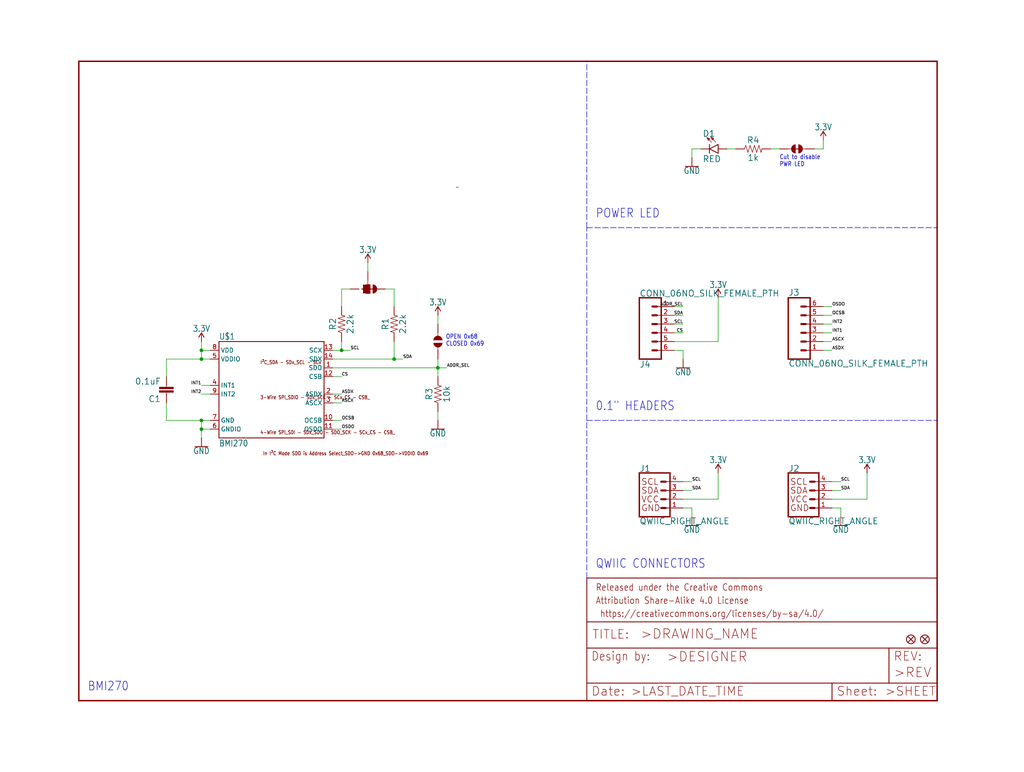
<source format=kicad_sch>
(kicad_sch (version 20211123) (generator eeschema)
  (paper "User" 297.002 223.926)
  (lib_symbols
    (symbol "eagleSchem-eagle-import:0.1UF-0603-25V-(+80{slash}-20%)"
      (property "Reference" "C" (at 1.524 2.921 0))
      (property "Value" "0.1UF-0603-25V-(+80{slash}-20%)" (at 1.524 -2.159 0))
      (symbol "0.1UF-0603-25V-(+80{slash}-20%)_1_0"
        (rectangle (start -2.032 0.508) (end 2.032 1.016) (fill (type outline)))
        (rectangle (start -2.032 1.524) (end 2.032 2.032) (fill (type outline)))
        (polyline (pts (xy 0 0) (xy 0 0.508)) (stroke (width 0.1524)))
        (polyline (pts (xy 0 2.54) (xy 0 2.032)) (stroke (width 0.1524)))
        (pin passive line (at 0 5.08 270) (length 2.54) (name "1") (number "1"))
        (pin passive line (at 0 -2.54 90) (length 2.54) (name "2") (number "2"))
      )
    )
    (symbol "eagleSchem-eagle-import:10KOHM-0603-1{slash}10W-1%"
      (property "Reference" "R" (at 0 1.524 0))
      (property "Value" "10KOHM-0603-1{slash}10W-1%" (at 0 -1.524 0))
      (symbol "10KOHM-0603-1{slash}10W-1%_1_0"
        (polyline (pts (xy -2.54 0) (xy -2.159 1.016)) (stroke (width 0.1524)))
        (polyline (pts (xy -2.159 1.016) (xy -1.524 -1.016)) (stroke (width 0.1524)))
        (polyline (pts (xy -1.524 -1.016) (xy -0.889 1.016)) (stroke (width 0.1524)))
        (polyline (pts (xy -0.889 1.016) (xy -0.254 -1.016)) (stroke (width 0.1524)))
        (polyline (pts (xy -0.254 -1.016) (xy 0.381 1.016)) (stroke (width 0.1524)))
        (polyline (pts (xy 0.381 1.016) (xy 1.016 -1.016)) (stroke (width 0.1524)))
        (polyline (pts (xy 1.016 -1.016) (xy 1.651 1.016)) (stroke (width 0.1524)))
        (polyline (pts (xy 1.651 1.016) (xy 2.286 -1.016)) (stroke (width 0.1524)))
        (polyline (pts (xy 2.286 -1.016) (xy 2.54 0)) (stroke (width 0.1524)))
        (pin passive line (at -5.08 0 0) (length 2.54) (name "1") (number "1"))
        (pin passive line (at 5.08 0 180) (length 2.54) (name "2") (number "2"))
      )
    )
    (symbol "eagleSchem-eagle-import:1KOHM-0603-1{slash}10W-1%"
      (property "Reference" "R" (at 0 1.524 0))
      (property "Value" "1KOHM-0603-1{slash}10W-1%" (at 0 -1.524 0))
      (symbol "1KOHM-0603-1{slash}10W-1%_1_0"
        (polyline (pts (xy -2.54 0) (xy -2.159 1.016)) (stroke (width 0.1524)))
        (polyline (pts (xy -2.159 1.016) (xy -1.524 -1.016)) (stroke (width 0.1524)))
        (polyline (pts (xy -1.524 -1.016) (xy -0.889 1.016)) (stroke (width 0.1524)))
        (polyline (pts (xy -0.889 1.016) (xy -0.254 -1.016)) (stroke (width 0.1524)))
        (polyline (pts (xy -0.254 -1.016) (xy 0.381 1.016)) (stroke (width 0.1524)))
        (polyline (pts (xy 0.381 1.016) (xy 1.016 -1.016)) (stroke (width 0.1524)))
        (polyline (pts (xy 1.016 -1.016) (xy 1.651 1.016)) (stroke (width 0.1524)))
        (polyline (pts (xy 1.651 1.016) (xy 2.286 -1.016)) (stroke (width 0.1524)))
        (polyline (pts (xy 2.286 -1.016) (xy 2.54 0)) (stroke (width 0.1524)))
        (pin passive line (at -5.08 0 0) (length 2.54) (name "1") (number "1"))
        (pin passive line (at 5.08 0 180) (length 2.54) (name "2") (number "2"))
      )
    )
    (symbol "eagleSchem-eagle-import:2.2KOHM-0603-1{slash}10W-1%"
      (property "Reference" "R" (at 0 1.524 0))
      (property "Value" "2.2KOHM-0603-1{slash}10W-1%" (at 0 -1.524 0))
      (symbol "2.2KOHM-0603-1{slash}10W-1%_1_0"
        (polyline (pts (xy -2.54 0) (xy -2.159 1.016)) (stroke (width 0.1524)))
        (polyline (pts (xy -2.159 1.016) (xy -1.524 -1.016)) (stroke (width 0.1524)))
        (polyline (pts (xy -1.524 -1.016) (xy -0.889 1.016)) (stroke (width 0.1524)))
        (polyline (pts (xy -0.889 1.016) (xy -0.254 -1.016)) (stroke (width 0.1524)))
        (polyline (pts (xy -0.254 -1.016) (xy 0.381 1.016)) (stroke (width 0.1524)))
        (polyline (pts (xy 0.381 1.016) (xy 1.016 -1.016)) (stroke (width 0.1524)))
        (polyline (pts (xy 1.016 -1.016) (xy 1.651 1.016)) (stroke (width 0.1524)))
        (polyline (pts (xy 1.651 1.016) (xy 2.286 -1.016)) (stroke (width 0.1524)))
        (polyline (pts (xy 2.286 -1.016) (xy 2.54 0)) (stroke (width 0.1524)))
        (pin passive line (at -5.08 0 0) (length 2.54) (name "1") (number "1"))
        (pin passive line (at 5.08 0 180) (length 2.54) (name "2") (number "2"))
      )
    )
    (symbol "eagleSchem-eagle-import:3.3V" (power)
      (property "Value" "3.3V" (at 0 2.794 0))
      (symbol "3.3V_1_0"
        (polyline (pts (xy 0 2.54) (xy -0.762 1.27)) (stroke (width 0.254)))
        (polyline (pts (xy 0.762 1.27) (xy 0 2.54)) (stroke (width 0.254)))
        (pin power_in line (at 0 0 90) (length 2.54) (name "3.3V") (number "1"))
      )
    )
    (symbol "eagleSchem-eagle-import:BMI270"
      (property "Value" "BMI270" (at -15.24 -15.24 0))
      (symbol "BMI270_1_0"
        (polyline (pts (xy -15.24 -12.7) (xy 15.24 -12.7)) (stroke (width 0.254)))
        (polyline (pts (xy -15.24 15.24) (xy -15.24 -12.7)) (stroke (width 0.254)))
        (polyline (pts (xy 15.24 -12.7) (xy 15.24 15.24)) (stroke (width 0.254)))
        (polyline (pts (xy 15.24 15.24) (xy -15.24 15.24)) (stroke (width 0.254)))
        (text "3-Wire SPI_SDIO - SDx_SCK - SCx_CS - CSB_" (at -3.302 -1.524 0) (effects (font (size 1.016 0.8636)) (justify left bottom)))
        (text "4-Wire SPI_SDI - SDx_SDO - SDO_SCK - SCx_CS - CSB_" (at -3.302 -11.684 0) (effects (font (size 1.016 0.8636)) (justify left bottom)))
        (text "In I²C Mode SDO is Address Select_SDO->GND 0x68_SDO->VDDIO 0x69" (at -2.54 -17.78 0) (effects (font (size 1.016 0.8636)) (justify left bottom)))
        (text "I²C_SDA - SDx_SCL - SCx" (at -3.302 8.636 0) (effects (font (size 1.016 0.8636)) (justify left bottom)))
        (pin bidirectional line (at 17.78 7.62 180) (length 2.54) (name "SDO") (number "1"))
        (pin bidirectional line (at 17.78 -7.62 180) (length 2.54) (name "OCSB") (number "10"))
        (pin bidirectional line (at 17.78 -10.16 180) (length 2.54) (name "OSDO") (number "11"))
        (pin bidirectional line (at 17.78 5.08 180) (length 2.54) (name "CSB") (number "12"))
        (pin bidirectional line (at 17.78 12.7 180) (length 2.54) (name "SCX") (number "13"))
        (pin bidirectional line (at 17.78 10.16 180) (length 2.54) (name "SDX") (number "14"))
        (pin bidirectional line (at 17.78 0 180) (length 2.54) (name "ASDX") (number "2"))
        (pin bidirectional line (at 17.78 -2.54 180) (length 2.54) (name "ASCX") (number "3"))
        (pin bidirectional line (at -17.78 2.54 0) (length 2.54) (name "INT1") (number "4"))
        (pin bidirectional line (at -17.78 10.16 0) (length 2.54) (name "VDDIO") (number "5"))
        (pin bidirectional line (at -17.78 -10.16 0) (length 2.54) (name "GNDIO") (number "6"))
        (pin bidirectional line (at -17.78 -7.62 0) (length 2.54) (name "GND") (number "7"))
        (pin bidirectional line (at -17.78 12.7 0) (length 2.54) (name "VDD") (number "8"))
        (pin bidirectional line (at -17.78 0 0) (length 2.54) (name "INT2") (number "9"))
      )
    )
    (symbol "eagleSchem-eagle-import:CONN_06NO_SILK_FEMALE_PTH"
      (property "Reference" "J" (at -5.08 10.668 0))
      (property "Value" "CONN_06NO_SILK_FEMALE_PTH" (at -5.08 -9.906 0))
      (symbol "CONN_06NO_SILK_FEMALE_PTH_1_0"
        (polyline (pts (xy -5.08 10.16) (xy -5.08 -7.62)) (stroke (width 0.4064)))
        (polyline (pts (xy -5.08 10.16) (xy 1.27 10.16)) (stroke (width 0.4064)))
        (polyline (pts (xy -1.27 -5.08) (xy 0 -5.08)) (stroke (width 0.6096)))
        (polyline (pts (xy -1.27 -2.54) (xy 0 -2.54)) (stroke (width 0.6096)))
        (polyline (pts (xy -1.27 0) (xy 0 0)) (stroke (width 0.6096)))
        (polyline (pts (xy -1.27 2.54) (xy 0 2.54)) (stroke (width 0.6096)))
        (polyline (pts (xy -1.27 5.08) (xy 0 5.08)) (stroke (width 0.6096)))
        (polyline (pts (xy -1.27 7.62) (xy 0 7.62)) (stroke (width 0.6096)))
        (polyline (pts (xy 1.27 -7.62) (xy -5.08 -7.62)) (stroke (width 0.4064)))
        (polyline (pts (xy 1.27 -7.62) (xy 1.27 10.16)) (stroke (width 0.4064)))
        (pin passive line (at 5.08 -5.08 180) (length 5.08) (name "1") (number "1"))
        (pin passive line (at 5.08 -2.54 180) (length 5.08) (name "2") (number "2"))
        (pin passive line (at 5.08 0 180) (length 5.08) (name "3") (number "3"))
        (pin passive line (at 5.08 2.54 180) (length 5.08) (name "4") (number "4"))
        (pin passive line (at 5.08 5.08 180) (length 5.08) (name "5") (number "5"))
        (pin passive line (at 5.08 7.62 180) (length 5.08) (name "6") (number "6"))
      )
    )
    (symbol "eagleSchem-eagle-import:FIDUCIAL1X2"
      (symbol "FIDUCIAL1X2_1_0"
        (polyline (pts (xy -0.762 0.762) (xy 0.762 -0.762)) (stroke (width 0.254)))
        (polyline (pts (xy 0.762 0.762) (xy -0.762 -0.762)) (stroke (width 0.254)))
        (circle (center 0 0) (radius 1.27) (stroke (width 0.254)))
      )
    )
    (symbol "eagleSchem-eagle-import:FRAME-LETTERNO_PACKAGE"
      (symbol "FRAME-LETTERNO_PACKAGE_1_0"
        (polyline (pts (xy 0 0) (xy 248.92 0)) (stroke (width 0.4064)))
        (polyline (pts (xy 0 185.42) (xy 0 0)) (stroke (width 0.4064)))
        (polyline (pts (xy 0 185.42) (xy 248.92 185.42)) (stroke (width 0.4064)))
        (polyline (pts (xy 248.92 185.42) (xy 248.92 0)) (stroke (width 0.4064)))
      )
      (symbol "FRAME-LETTERNO_PACKAGE_2_0"
        (polyline (pts (xy 0 0) (xy 0 5.08)) (stroke (width 0.254)))
        (polyline (pts (xy 0 0) (xy 71.12 0)) (stroke (width 0.254)))
        (polyline (pts (xy 0 5.08) (xy 0 15.24)) (stroke (width 0.254)))
        (polyline (pts (xy 0 5.08) (xy 71.12 5.08)) (stroke (width 0.254)))
        (polyline (pts (xy 0 15.24) (xy 0 22.86)) (stroke (width 0.254)))
        (polyline (pts (xy 0 22.86) (xy 0 35.56)) (stroke (width 0.254)))
        (polyline (pts (xy 0 22.86) (xy 101.6 22.86)) (stroke (width 0.254)))
        (polyline (pts (xy 71.12 0) (xy 101.6 0)) (stroke (width 0.254)))
        (polyline (pts (xy 71.12 5.08) (xy 71.12 0)) (stroke (width 0.254)))
        (polyline (pts (xy 71.12 5.08) (xy 87.63 5.08)) (stroke (width 0.254)))
        (polyline (pts (xy 87.63 5.08) (xy 101.6 5.08)) (stroke (width 0.254)))
        (polyline (pts (xy 87.63 15.24) (xy 0 15.24)) (stroke (width 0.254)))
        (polyline (pts (xy 87.63 15.24) (xy 87.63 5.08)) (stroke (width 0.254)))
        (polyline (pts (xy 101.6 5.08) (xy 101.6 0)) (stroke (width 0.254)))
        (polyline (pts (xy 101.6 15.24) (xy 87.63 15.24)) (stroke (width 0.254)))
        (polyline (pts (xy 101.6 15.24) (xy 101.6 5.08)) (stroke (width 0.254)))
        (polyline (pts (xy 101.6 22.86) (xy 101.6 15.24)) (stroke (width 0.254)))
        (polyline (pts (xy 101.6 35.56) (xy 0 35.56)) (stroke (width 0.254)))
        (polyline (pts (xy 101.6 35.56) (xy 101.6 22.86)) (stroke (width 0.254)))
        (text " https://creativecommons.org/licenses/by-sa/4.0/" (at 2.54 24.13 0) (effects (font (size 1.9304 1.6408)) (justify left bottom)))
        (text ">DESIGNER" (at 23.114 11.176 0) (effects (font (size 2.7432 2.7432)) (justify left bottom)))
        (text ">DRAWING_NAME" (at 15.494 17.78 0) (effects (font (size 2.7432 2.7432)) (justify left bottom)))
        (text ">LAST_DATE_TIME" (at 12.7 1.27 0) (effects (font (size 2.54 2.54)) (justify left bottom)))
        (text ">REV" (at 88.9 6.604 0) (effects (font (size 2.7432 2.7432)) (justify left bottom)))
        (text ">SHEET" (at 86.36 1.27 0) (effects (font (size 2.54 2.54)) (justify left bottom)))
        (text "Attribution Share-Alike 4.0 License" (at 2.54 27.94 0) (effects (font (size 1.9304 1.6408)) (justify left bottom)))
        (text "Date:" (at 1.27 1.27 0) (effects (font (size 2.54 2.54)) (justify left bottom)))
        (text "Design by:" (at 1.27 11.43 0) (effects (font (size 2.54 2.159)) (justify left bottom)))
        (text "Released under the Creative Commons" (at 2.54 31.75 0) (effects (font (size 1.9304 1.6408)) (justify left bottom)))
        (text "REV:" (at 88.9 11.43 0) (effects (font (size 2.54 2.54)) (justify left bottom)))
        (text "Sheet:" (at 72.39 1.27 0) (effects (font (size 2.54 2.54)) (justify left bottom)))
        (text "TITLE:" (at 1.524 17.78 0) (effects (font (size 2.54 2.54)) (justify left bottom)))
      )
    )
    (symbol "eagleSchem-eagle-import:GND" (power)
      (property "Value" "GND" (at 0 -0.254 0))
      (symbol "GND_1_0"
        (polyline (pts (xy -1.905 0) (xy 1.905 0)) (stroke (width 0.254)))
        (pin power_in line (at 0 2.54 270) (length 2.54) (name "GND") (number "1"))
      )
    )
    (symbol "eagleSchem-eagle-import:JUMPER-SMT_2_NC_TRACE_SILK"
      (property "Reference" "JP" (at -2.54 2.54 0))
      (property "Value" "JUMPER-SMT_2_NC_TRACE_SILK" (at -2.54 -2.54 0))
      (symbol "JUMPER-SMT_2_NC_TRACE_SILK_1_0"
        (arc (start -0.381 1.2699) (mid -1.6508 0) (end -0.381 -1.2699) (stroke (width 0.0001)) (fill (type outline)))
        (polyline (pts (xy -2.54 0) (xy -1.651 0)) (stroke (width 0.1524)))
        (polyline (pts (xy -0.762 0) (xy 1.016 0)) (stroke (width 0.254)))
        (polyline (pts (xy 2.54 0) (xy 1.651 0)) (stroke (width 0.1524)))
        (arc (start 0.381 -1.2698) (mid 1.279 -0.898) (end 1.6509 0) (stroke (width 0.0001)) (fill (type outline)))
        (arc (start 1.651 0) (mid 1.2789 0.8979) (end 0.381 1.2699) (stroke (width 0.0001)) (fill (type outline)))
        (pin passive line (at -5.08 0 0) (length 2.54) (name "1") (number "1"))
        (pin passive line (at 5.08 0 180) (length 2.54) (name "2") (number "2"))
      )
    )
    (symbol "eagleSchem-eagle-import:JUMPER-SMT_2_NO_SILK"
      (property "Reference" "JP" (at -2.54 2.54 0))
      (property "Value" "JUMPER-SMT_2_NO_SILK" (at -2.54 -2.54 0))
      (symbol "JUMPER-SMT_2_NO_SILK_1_0"
        (arc (start -0.381 1.2699) (mid -1.6508 0) (end -0.381 -1.2699) (stroke (width 0.0001)) (fill (type outline)))
        (polyline (pts (xy -2.54 0) (xy -1.651 0)) (stroke (width 0.1524)))
        (polyline (pts (xy 2.54 0) (xy 1.651 0)) (stroke (width 0.1524)))
        (arc (start 0.381 -1.2699) (mid 1.6508 0) (end 0.381 1.2699) (stroke (width 0.0001)) (fill (type outline)))
        (pin passive line (at -5.08 0 0) (length 2.54) (name "1") (number "1"))
        (pin passive line (at 5.08 0 180) (length 2.54) (name "2") (number "2"))
      )
    )
    (symbol "eagleSchem-eagle-import:JUMPER-SMT_3_2-NC_TRACE_SILK"
      (property "Reference" "JP" (at 2.54 0.381 0))
      (property "Value" "JUMPER-SMT_3_2-NC_TRACE_SILK" (at 2.54 -0.381 0))
      (symbol "JUMPER-SMT_3_2-NC_TRACE_SILK_1_0"
        (rectangle (start -1.27 -0.635) (end 1.27 0.635) (fill (type outline)))
        (polyline (pts (xy -2.54 0) (xy -1.27 0)) (stroke (width 0.1524)))
        (polyline (pts (xy -1.27 -0.635) (xy -1.27 0)) (stroke (width 0.1524)))
        (polyline (pts (xy -1.27 0) (xy -1.27 0.635)) (stroke (width 0.1524)))
        (polyline (pts (xy -1.27 0.635) (xy 1.27 0.635)) (stroke (width 0.1524)))
        (polyline (pts (xy 0 2.032) (xy 0 -1.778)) (stroke (width 0.254)))
        (polyline (pts (xy 1.27 -0.635) (xy -1.27 -0.635)) (stroke (width 0.1524)))
        (polyline (pts (xy 1.27 0.635) (xy 1.27 -0.635)) (stroke (width 0.1524)))
        (arc (start 0 2.667) (mid -0.898 2.295) (end -1.27 1.397) (stroke (width 0.0001)) (fill (type outline)))
        (arc (start 1.27 -1.397) (mid 0 -0.127) (end -1.27 -1.397) (stroke (width 0.0001)) (fill (type outline)))
        (arc (start 1.27 1.397) (mid 0.898 2.295) (end 0 2.667) (stroke (width 0.0001)) (fill (type outline)))
        (pin passive line (at 0 5.08 270) (length 2.54) (name "1") (number "1"))
        (pin passive line (at -5.08 0 0) (length 2.54) (name "2") (number "2"))
        (pin passive line (at 0 -5.08 90) (length 2.54) (name "3") (number "3"))
      )
    )
    (symbol "eagleSchem-eagle-import:LED-RED0603"
      (property "Reference" "D" (at -3.429 -4.572 90))
      (property "Value" "LED-RED0603" (at 1.905 -4.572 90))
      (symbol "LED-RED0603_1_0"
        (polyline (pts (xy -2.032 -0.762) (xy -3.429 -2.159)) (stroke (width 0.1524)))
        (polyline (pts (xy -1.905 -1.905) (xy -3.302 -3.302)) (stroke (width 0.1524)))
        (polyline (pts (xy 0 -2.54) (xy -1.27 -2.54)) (stroke (width 0.254)))
        (polyline (pts (xy 0 -2.54) (xy -1.27 0)) (stroke (width 0.254)))
        (polyline (pts (xy 1.27 -2.54) (xy 0 -2.54)) (stroke (width 0.254)))
        (polyline (pts (xy 1.27 0) (xy -1.27 0)) (stroke (width 0.254)))
        (polyline (pts (xy 1.27 0) (xy 0 -2.54)) (stroke (width 0.254)))
        (polyline (pts (xy -3.429 -2.159) (xy -3.048 -1.27) (xy -2.54 -1.778)) (fill (type outline)))
        (polyline (pts (xy -3.302 -3.302) (xy -2.921 -2.413) (xy -2.413 -2.921)) (fill (type outline)))
        (pin passive line (at 0 2.54 270) (length 2.54) (name "A") (number "A"))
        (pin passive line (at 0 -5.08 90) (length 2.54) (name "C") (number "C"))
      )
    )
    (symbol "eagleSchem-eagle-import:QWIIC_CONNECTORJS-1MM"
      (property "Reference" "J" (at -5.08 7.874 0))
      (property "Value" "QWIIC_CONNECTORJS-1MM" (at -5.08 -5.334 0))
      (symbol "QWIIC_CONNECTORJS-1MM_1_0"
        (polyline (pts (xy -5.08 7.62) (xy -5.08 -5.08)) (stroke (width 0.4064)))
        (polyline (pts (xy -5.08 7.62) (xy 3.81 7.62)) (stroke (width 0.4064)))
        (polyline (pts (xy 1.27 -2.54) (xy 2.54 -2.54)) (stroke (width 0.6096)))
        (polyline (pts (xy 1.27 0) (xy 2.54 0)) (stroke (width 0.6096)))
        (polyline (pts (xy 1.27 2.54) (xy 2.54 2.54)) (stroke (width 0.6096)))
        (polyline (pts (xy 1.27 5.08) (xy 2.54 5.08)) (stroke (width 0.6096)))
        (polyline (pts (xy 3.81 -5.08) (xy -5.08 -5.08)) (stroke (width 0.4064)))
        (polyline (pts (xy 3.81 -5.08) (xy 3.81 7.62)) (stroke (width 0.4064)))
        (text "GND" (at -4.572 -2.54 0) (effects (font (size 1.778 1.778)) (justify left)))
        (text "SCL" (at -4.572 5.08 0) (effects (font (size 1.778 1.778)) (justify left)))
        (text "SDA" (at -4.572 2.54 0) (effects (font (size 1.778 1.778)) (justify left)))
        (text "VCC" (at -4.572 0 0) (effects (font (size 1.778 1.778)) (justify left)))
        (pin power_in line (at 7.62 -2.54 180) (length 5.08) (name "1") (number "1"))
        (pin power_in line (at 7.62 0 180) (length 5.08) (name "2") (number "2"))
        (pin passive line (at 7.62 2.54 180) (length 5.08) (name "3") (number "3"))
        (pin passive line (at 7.62 5.08 180) (length 5.08) (name "4") (number "4"))
      )
    )
  )
  (junction (at 99.06 101.6))
  (junction (at 58.42 121.92))
  (junction (at 58.42 124.46))
  (junction (at 58.42 104.14))
  (junction (at 127 106.68))
  (junction (at 114.3 104.14))
  (junction (at 58.42 101.6))
  (wire (pts (xy 195.58 88.9) (xy 198.12 88.9)))
  (wire (pts (xy 195.58 91.44) (xy 198.12 91.44)))
  (wire (pts (xy 96.52 106.68) (xy 127 106.68)))
  (polyline (pts (xy 170.18 121.92) (xy 170.18 66.04)))
  (wire (pts (xy 48.26 109.22) (xy 48.26 104.14)))
  (wire (pts (xy 58.42 121.92) (xy 48.26 121.92)))
  (wire (pts (xy 200.66 43.18) (xy 200.66 45.72)))
  (wire (pts (xy 203.2 43.18) (xy 200.66 43.18)))
  (wire (pts (xy 238.76 88.9) (xy 241.3 88.9)))
  (wire (pts (xy 195.58 96.52) (xy 198.12 96.52)))
  (wire (pts (xy 198.12 147.32) (xy 200.66 147.32)))
  (wire (pts (xy 198.12 144.78) (xy 208.28 144.78)))
  (wire (pts (xy 213.36 43.18) (xy 210.82 43.18)))
  (wire (pts (xy 195.58 99.06) (xy 208.28 99.06)))
  (wire (pts (xy 106.68 78.74) (xy 106.68 76.2)))
  (wire (pts (xy 96.52 124.46) (xy 99.06 124.46)))
  (wire (pts (xy 96.52 116.84) (xy 99.06 116.84)))
  (wire (pts (xy 60.96 111.76) (xy 58.42 111.76)))
  (wire (pts (xy 208.28 99.06) (xy 208.28 86.36)))
  (wire (pts (xy 243.84 147.32) (xy 243.84 149.86)))
  (wire (pts (xy 127 93.98) (xy 127 91.44)))
  (polyline (pts (xy 170.18 66.04) (xy 271.78 66.04)))
  (wire (pts (xy 238.76 96.52) (xy 241.3 96.52)))
  (wire (pts (xy 60.96 104.14) (xy 58.42 104.14)))
  (wire (pts (xy 60.96 114.3) (xy 58.42 114.3)))
  (wire (pts (xy 127 106.68) (xy 127 109.22)))
  (wire (pts (xy 238.76 93.98) (xy 241.3 93.98)))
  (wire (pts (xy 99.06 101.6) (xy 101.6 101.6)))
  (wire (pts (xy 195.58 101.6) (xy 198.12 101.6)))
  (wire (pts (xy 96.52 109.22) (xy 99.06 109.22)))
  (wire (pts (xy 96.52 104.14) (xy 114.3 104.14)))
  (wire (pts (xy 99.06 83.82) (xy 99.06 88.9)))
  (wire (pts (xy 251.46 144.78) (xy 251.46 137.16)))
  (wire (pts (xy 60.96 121.92) (xy 58.42 121.92)))
  (wire (pts (xy 58.42 124.46) (xy 60.96 124.46)))
  (wire (pts (xy 200.66 147.32) (xy 200.66 149.86)))
  (wire (pts (xy 114.3 83.82) (xy 114.3 88.9)))
  (wire (pts (xy 58.42 104.14) (xy 58.42 101.6)))
  (wire (pts (xy 101.6 83.82) (xy 99.06 83.82)))
  (wire (pts (xy 48.26 121.92) (xy 48.26 116.84)))
  (polyline (pts (xy 170.18 167.64) (xy 170.18 121.92)))
  (wire (pts (xy 48.26 104.14) (xy 58.42 104.14)))
  (wire (pts (xy 99.06 99.06) (xy 99.06 101.6)))
  (wire (pts (xy 238.76 91.44) (xy 241.3 91.44)))
  (wire (pts (xy 127 106.68) (xy 129.54 106.68)))
  (wire (pts (xy 127 106.68) (xy 127 104.14)))
  (wire (pts (xy 238.76 101.6) (xy 241.3 101.6)))
  (polyline (pts (xy 170.18 121.92) (xy 271.78 121.92)))
  (wire (pts (xy 127 119.38) (xy 127 121.92)))
  (wire (pts (xy 198.12 101.6) (xy 198.12 104.14)))
  (wire (pts (xy 198.12 142.24) (xy 200.66 142.24)))
  (wire (pts (xy 236.22 43.18) (xy 238.76 43.18)))
  (wire (pts (xy 241.3 147.32) (xy 243.84 147.32)))
  (wire (pts (xy 238.76 99.06) (xy 241.3 99.06)))
  (wire (pts (xy 241.3 139.7) (xy 243.84 139.7)))
  (wire (pts (xy 208.28 144.78) (xy 208.28 137.16)))
  (wire (pts (xy 198.12 139.7) (xy 200.66 139.7)))
  (wire (pts (xy 238.76 43.18) (xy 238.76 40.64)))
  (wire (pts (xy 226.06 43.18) (xy 223.52 43.18)))
  (wire (pts (xy 96.52 121.92) (xy 99.06 121.92)))
  (wire (pts (xy 241.3 144.78) (xy 251.46 144.78)))
  (wire (pts (xy 111.76 83.82) (xy 114.3 83.82)))
  (wire (pts (xy 58.42 124.46) (xy 58.42 127)))
  (wire (pts (xy 114.3 104.14) (xy 114.3 99.06)))
  (wire (pts (xy 96.52 114.3) (xy 99.06 114.3)))
  (wire (pts (xy 58.42 121.92) (xy 58.42 124.46)))
  (wire (pts (xy 195.58 93.98) (xy 198.12 93.98)))
  (wire (pts (xy 96.52 101.6) (xy 99.06 101.6)))
  (wire (pts (xy 58.42 101.6) (xy 60.96 101.6)))
  (polyline (pts (xy 170.18 66.04) (xy 170.18 17.78)))
  (wire (pts (xy 58.42 101.6) (xy 58.42 99.06)))
  (wire (pts (xy 114.3 104.14) (xy 116.84 104.14)))
  (wire (pts (xy 241.3 142.24) (xy 243.84 142.24)))
  (text "Cut to disable\nPWR LED" (at 226.06 48.514 180) (effects (font (size 1.27 1.0795)) (justify left bottom)))
  (text "\"" (at 132.08 55.88 180) (effects (font (size 1.27 1.0795)) (justify left bottom)))
  (text "OPEN 0x68\nCLOSED 0x69" (at 129.286 100.584 180) (effects (font (size 1.27 1.0795)) (justify left bottom)))
  (text "POWER LED" (at 172.72 63.5 180) (effects (font (size 2.54 2.159)) (justify left bottom)))
  (text "BMI270" (at 25.4 200.66 180) (effects (font (size 2.54 2.159)) (justify left bottom)))
  (text "QWIIC CONNECTORS" (at 172.72 165.1 180) (effects (font (size 2.54 2.159)) (justify left bottom)))
  (text "0.1\" HEADERS" (at 172.72 119.38 180) (effects (font (size 2.54 2.159)) (justify left bottom)))
  (label "INT1" (at 58.42 111.76 180) (effects (font (size 0.889 0.889))))
  (label "CS" (at 99.06 109.22 0) (effects (font (size 0.889 0.889))))
  (label "SDA" (at 243.84 142.24 0) (effects (font (size 0.889 0.889))))
  (label "ASDX" (at 241.3 101.6 0) (effects (font (size 0.889 0.889))))
  (label "OSDO" (at 241.3 88.9 0) (effects (font (size 0.889 0.889))))
  (label "INT2" (at 241.3 93.98 0) (effects (font (size 0.889 0.889))))
  (label "SDA" (at 116.84 104.14 0) (effects (font (size 0.889 0.889))))
  (label "INT2" (at 58.42 114.3 180) (effects (font (size 0.889 0.889))))
  (label "SCL" (at 101.6 101.6 0) (effects (font (size 0.889 0.889))))
  (label "OSDO" (at 99.06 124.46 0) (effects (font (size 0.889 0.889))))
  (label "SDA" (at 198.12 91.44 180) (effects (font (size 0.889 0.889))))
  (label "SCL" (at 198.12 93.98 180) (effects (font (size 0.889 0.889))))
  (label "ADDR_SEL" (at 129.54 106.68 0) (effects (font (size 0.889 0.889))))
  (label "SCL" (at 243.84 139.7 0) (effects (font (size 0.889 0.889))))
  (label "ASDX" (at 99.06 114.3 0) (effects (font (size 0.889 0.889))))
  (label "INT1" (at 241.3 96.52 0) (effects (font (size 0.889 0.889))))
  (label "ASCX" (at 241.3 99.06 0) (effects (font (size 0.889 0.889))))
  (label "SCL" (at 200.66 139.7 0) (effects (font (size 0.889 0.889))))
  (label "SDA" (at 200.66 142.24 0) (effects (font (size 0.889 0.889))))
  (label "ASCX" (at 99.06 116.84 0) (effects (font (size 0.889 0.889))))
  (label "CS" (at 198.12 96.52 180) (effects (font (size 0.889 0.889))))
  (label "OCSB" (at 241.3 91.44 0) (effects (font (size 0.889 0.889))))
  (label "ADDR_SEL" (at 198.12 88.9 180) (effects (font (size 0.889 0.889))))
  (label "OCSB" (at 99.06 121.92 0) (effects (font (size 0.889 0.889))))
  (symbol (lib_id "eagleSchem-eagle-import:GND") (at 243.84 152.4 0) (unit 1)
    (property "Reference" "#GND5" (effects hide))
    (property "Value" "GND" (at 243.84 152.654 0) (effects (font (size 1.778 1.5113)) (justify top)))
    (property "Footprint" "eagleSchem:" (effects hide))
  )
  (symbol (lib_id "eagleSchem-eagle-import:JUMPER-SMT_3_2-NC_TRACE_SILK") (at 106.68 83.82 270) (unit 1)
    (property "Reference" "JP1" (effects hide))
    (property "Value" "JUMPER-SMT_3_2-NC_TRACE_SILK" (effects hide))
    (property "Footprint" "eagleSchem:SMT-JUMPER_3_2-NC_TRACE_SILK" (effects hide))
  )
  (symbol (lib_id "eagleSchem-eagle-import:JUMPER-SMT_2_NC_TRACE_SILK") (at 231.14 43.18 0) (unit 1)
    (property "Reference" "JP3" (effects hide))
    (property "Value" "JUMPER-SMT_2_NC_TRACE_SILK" (effects hide))
    (property "Footprint" "eagleSchem:SMT-JUMPER_2_NC_TRACE_SILK" (effects hide))
  )
  (symbol (lib_id "eagleSchem-eagle-import:2.2KOHM-0603-1{slash}10W-1%") (at 99.06 93.98 90) (unit 1)
    (property "Reference" "R2" (at 97.536 93.98 0) (effects (font (size 1.778 1.778)) (justify bottom)))
    (property "Value" "2.2k" (at 100.584 93.98 0) (effects (font (size 1.778 1.778)) (justify top)))
    (property "Footprint" "eagleSchem:0603" (effects hide))
  )
  (symbol (lib_id "eagleSchem-eagle-import:3.3V") (at 127 91.44 0) (unit 1)
    (property "Reference" "#SUPPLY3" (effects hide))
    (property "Value" "3.3V" (at 127 88.646 0) (effects (font (size 1.778 1.5113)) (justify bottom)))
    (property "Footprint" "eagleSchem:" (effects hide))
  )
  (symbol (lib_id "eagleSchem-eagle-import:CONN_06NO_SILK_FEMALE_PTH") (at 190.5 93.98 0) (mirror x) (unit 1)
    (property "Reference" "J4" (at 185.42 104.648 0) (effects (font (size 1.778 1.778)) (justify left bottom)))
    (property "Value" "CONN_06NO_SILK_FEMALE_PTH" (at 185.42 84.074 0) (effects (font (size 1.778 1.778)) (justify left bottom)))
    (property "Footprint" "eagleSchem:1X06_NO_SILK" (effects hide))
  )
  (symbol (lib_id "eagleSchem-eagle-import:FIDUCIAL1X2") (at 268.224 185.42 0) (unit 1)
    (property "Reference" "FD2" (effects hide))
    (property "Value" "FIDUCIAL1X2" (effects hide))
    (property "Footprint" "eagleSchem:FIDUCIAL-1X2" (effects hide))
  )
  (symbol (lib_id "eagleSchem-eagle-import:GND") (at 200.66 48.26 0) (unit 1)
    (property "Reference" "#GND3" (effects hide))
    (property "Value" "GND" (at 200.66 48.514 0) (effects (font (size 1.778 1.5113)) (justify top)))
    (property "Footprint" "eagleSchem:" (effects hide))
  )
  (symbol (lib_id "eagleSchem-eagle-import:3.3V") (at 58.42 99.06 0) (unit 1)
    (property "Reference" "#SUPPLY1" (effects hide))
    (property "Value" "3.3V" (at 58.42 96.266 0) (effects (font (size 1.778 1.5113)) (justify bottom)))
    (property "Footprint" "eagleSchem:" (effects hide))
  )
  (symbol (lib_id "eagleSchem-eagle-import:FRAME-LETTERNO_PACKAGE") (at 170.18 203.2 0) (unit 2)
    (property "Reference" "FRAME1" (effects hide))
    (property "Value" "FRAME-LETTERNO_PACKAGE" (effects hide))
    (property "Footprint" "eagleSchem:DUMMY" (effects hide))
    (property "Value" "FRAME-LETTERNO_PACKAGE" (effects hide))
    (property "Value" "FRAME-LETTERNO_PACKAGE" (effects hide))
  )
  (symbol (lib_id "eagleSchem-eagle-import:GND") (at 200.66 152.4 0) (unit 1)
    (property "Reference" "#GND4" (effects hide))
    (property "Value" "GND" (at 200.66 152.654 0) (effects (font (size 1.778 1.5113)) (justify top)))
    (property "Footprint" "eagleSchem:" (effects hide))
  )
  (symbol (lib_id "eagleSchem-eagle-import:2.2KOHM-0603-1{slash}10W-1%") (at 114.3 93.98 90) (unit 1)
    (property "Reference" "R1" (at 112.776 93.98 0) (effects (font (size 1.778 1.778)) (justify bottom)))
    (property "Value" "2.2k" (at 115.824 93.98 0) (effects (font (size 1.778 1.778)) (justify top)))
    (property "Footprint" "eagleSchem:0603" (effects hide))
  )
  (symbol (lib_id "eagleSchem-eagle-import:LED-RED0603") (at 208.28 43.18 270) (unit 1)
    (property "Reference" "D1" (at 203.708 39.751 90) (effects (font (size 1.778 1.778)) (justify left bottom)))
    (property "Value" "RED" (at 203.708 45.085 90) (effects (font (size 1.778 1.778)) (justify left top)))
    (property "Footprint" "eagleSchem:LED-0603" (effects hide))
  )
  (symbol (lib_id "eagleSchem-eagle-import:10KOHM-0603-1{slash}10W-1%") (at 127 114.3 90) (unit 1)
    (property "Reference" "R3" (at 125.476 114.3 0) (effects (font (size 1.778 1.778)) (justify bottom)))
    (property "Value" "10k" (at 128.524 114.3 0) (effects (font (size 1.778 1.778)) (justify top)))
    (property "Footprint" "eagleSchem:0603" (effects hide))
  )
  (symbol (lib_id "eagleSchem-eagle-import:GND") (at 198.12 106.68 0) (unit 1)
    (property "Reference" "#GND6" (effects hide))
    (property "Value" "GND" (at 198.12 106.934 0) (effects (font (size 1.778 1.5113)) (justify top)))
    (property "Footprint" "eagleSchem:" (effects hide))
  )
  (symbol (lib_id "eagleSchem-eagle-import:3.3V") (at 208.28 86.36 0) (unit 1)
    (property "Reference" "#SUPPLY7" (effects hide))
    (property "Value" "3.3V" (at 208.28 83.566 0) (effects (font (size 1.778 1.5113)) (justify bottom)))
    (property "Footprint" "eagleSchem:" (effects hide))
  )
  (symbol (lib_id "eagleSchem-eagle-import:3.3V") (at 106.68 76.2 0) (unit 1)
    (property "Reference" "#SUPPLY2" (effects hide))
    (property "Value" "3.3V" (at 106.68 73.406 0) (effects (font (size 1.778 1.5113)) (justify bottom)))
    (property "Footprint" "eagleSchem:" (effects hide))
  )
  (symbol (lib_id "eagleSchem-eagle-import:BMI270") (at 78.74 114.3 0) (unit 1)
    (property "Reference" "U$1" (at 63.5 98.552 0) (effects (font (size 1.778 1.5113)) (justify left bottom)))
    (property "Value" "BMI270" (at 63.5 129.54 0) (effects (font (size 1.778 1.5113)) (justify left bottom)))
    (property "Footprint" "eagleSchem:BMI270" (effects hide))
  )
  (symbol (lib_id "eagleSchem-eagle-import:0.1UF-0603-25V-(+80{slash}-20%)") (at 48.26 111.76 180) (unit 1)
    (property "Reference" "C1" (at 46.736 114.681 0) (effects (font (size 1.778 1.778)) (justify left bottom)))
    (property "Value" "0.1uF" (at 46.736 109.601 0) (effects (font (size 1.778 1.778)) (justify left bottom)))
    (property "Footprint" "eagleSchem:0603" (effects hide))
  )
  (symbol (lib_id "eagleSchem-eagle-import:GND") (at 127 124.46 0) (unit 1)
    (property "Reference" "#GND2" (effects hide))
    (property "Value" "GND" (at 127 124.714 0) (effects (font (size 1.778 1.5113)) (justify top)))
    (property "Footprint" "eagleSchem:" (effects hide))
  )
  (symbol (lib_id "eagleSchem-eagle-import:3.3V") (at 208.28 137.16 0) (unit 1)
    (property "Reference" "#SUPPLY5" (effects hide))
    (property "Value" "3.3V" (at 208.28 134.366 0) (effects (font (size 1.778 1.5113)) (justify bottom)))
    (property "Footprint" "eagleSchem:" (effects hide))
  )
  (symbol (lib_id "eagleSchem-eagle-import:GND") (at 58.42 129.54 0) (unit 1)
    (property "Reference" "#GND1" (effects hide))
    (property "Value" "GND" (at 58.42 129.794 0) (effects (font (size 1.778 1.5113)) (justify top)))
    (property "Footprint" "eagleSchem:" (effects hide))
  )
  (symbol (lib_id "eagleSchem-eagle-import:QWIIC_CONNECTORJS-1MM") (at 190.5 144.78 0) (unit 1)
    (property "Reference" "J1" (at 185.42 136.906 0) (effects (font (size 1.778 1.778)) (justify left bottom)))
    (property "Value" "QWIIC_RIGHT_ANGLE" (at 185.42 150.114 0) (effects (font (size 1.778 1.778)) (justify left top)))
    (property "Footprint" "eagleSchem:JST04_1MM_RA" (effects hide))
  )
  (symbol (lib_id "eagleSchem-eagle-import:FIDUCIAL1X2") (at 264.16 185.42 0) (unit 1)
    (property "Reference" "FD1" (effects hide))
    (property "Value" "FIDUCIAL1X2" (effects hide))
    (property "Footprint" "eagleSchem:FIDUCIAL-1X2" (effects hide))
  )
  (symbol (lib_id "eagleSchem-eagle-import:3.3V") (at 251.46 137.16 0) (unit 1)
    (property "Reference" "#SUPPLY6" (effects hide))
    (property "Value" "3.3V" (at 251.46 134.366 0) (effects (font (size 1.778 1.5113)) (justify bottom)))
    (property "Footprint" "eagleSchem:" (effects hide))
  )
  (symbol (lib_id "eagleSchem-eagle-import:FRAME-LETTERNO_PACKAGE") (at 22.86 203.2 0) (unit 1)
    (property "Reference" "FRAME1" (effects hide))
    (property "Value" "FRAME-LETTERNO_PACKAGE" (effects hide))
    (property "Footprint" "eagleSchem:DUMMY" (effects hide))
    (property "Value" "FRAME-LETTERNO_PACKAGE" (effects hide))
    (property "Value" "FRAME-LETTERNO_PACKAGE" (effects hide))
  )
  (symbol (lib_id "eagleSchem-eagle-import:3.3V") (at 238.76 40.64 0) (unit 1)
    (property "Reference" "#SUPPLY4" (effects hide))
    (property "Value" "3.3V" (at 238.76 37.846 0) (effects (font (size 1.778 1.5113)) (justify bottom)))
    (property "Footprint" "eagleSchem:" (effects hide))
  )
  (symbol (lib_id "eagleSchem-eagle-import:QWIIC_CONNECTORJS-1MM") (at 233.68 144.78 0) (unit 1)
    (property "Reference" "J2" (at 228.6 136.906 0) (effects (font (size 1.778 1.778)) (justify left bottom)))
    (property "Value" "QWIIC_RIGHT_ANGLE" (at 228.6 150.114 0) (effects (font (size 1.778 1.778)) (justify left top)))
    (property "Footprint" "eagleSchem:JST04_1MM_RA" (effects hide))
  )
  (symbol (lib_id "eagleSchem-eagle-import:CONN_06NO_SILK_FEMALE_PTH") (at 233.68 96.52 0) (unit 1)
    (property "Reference" "J3" (at 228.6 85.852 0) (effects (font (size 1.778 1.778)) (justify left bottom)))
    (property "Value" "CONN_06NO_SILK_FEMALE_PTH" (at 228.6 106.426 0) (effects (font (size 1.778 1.778)) (justify left bottom)))
    (property "Footprint" "eagleSchem:1X06_NO_SILK" (effects hide))
  )
  (symbol (lib_id "eagleSchem-eagle-import:JUMPER-SMT_2_NO_SILK") (at 127 99.06 90) (unit 1)
    (property "Reference" "JP2" (effects hide))
    (property "Value" "JUMPER-SMT_2_NO_SILK" (effects hide))
    (property "Footprint" "eagleSchem:SMT-JUMPER_2_NO_SILK" (effects hide))
  )
  (symbol (lib_id "eagleSchem-eagle-import:1KOHM-0603-1{slash}10W-1%") (at 218.44 43.18 0) (unit 1)
    (property "Reference" "R4" (at 218.44 41.656 0) (effects (font (size 1.778 1.778)) (justify bottom)))
    (property "Value" "1k" (at 218.44 44.704 0) (effects (font (size 1.778 1.778)) (justify top)))
    (property "Footprint" "eagleSchem:0603" (effects hide))
  )
)
</source>
